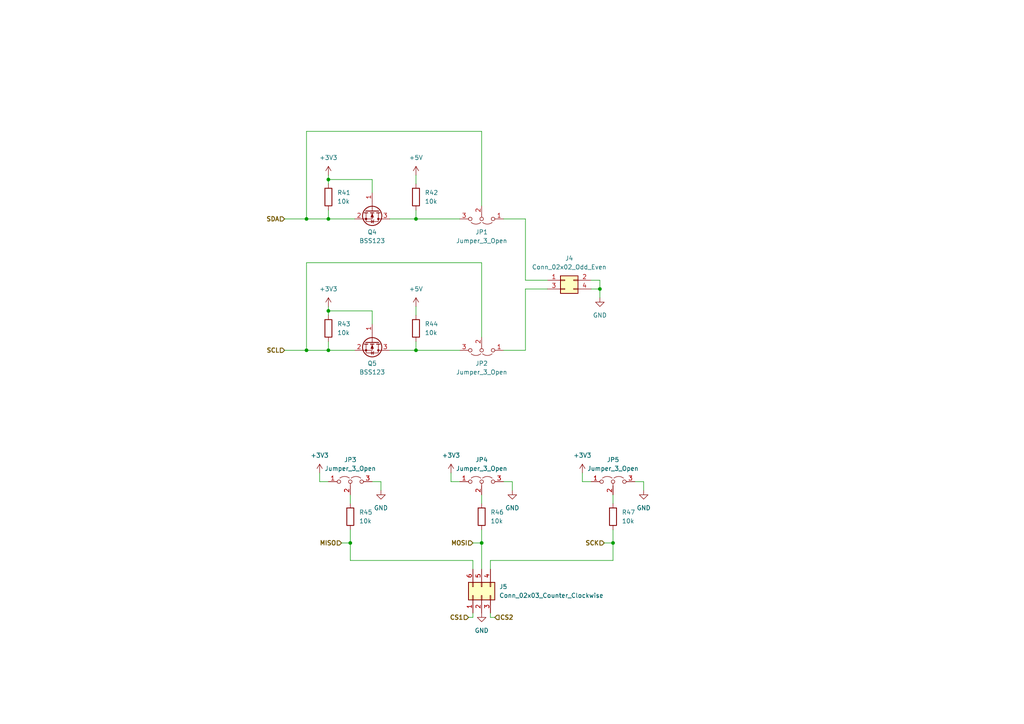
<source format=kicad_sch>
(kicad_sch (version 20230121) (generator eeschema)
  (paper "A4")
  (lib_symbols
    (symbol "Connector_Generic:Conn_02x02_Odd_Even" (pin_names (offset 1.016) hide)
      (property "Reference" "J" (at 1.27 2.54 0))
      (property "Value" "Conn_02x02_Odd_Even" (at 1.27 -5.08 0))
      (symbol "Conn_02x02_Odd_Even_1_1"
        (rectangle (start -1.27 -2.413) (end 0 -2.667) (stroke (width 0.1524)))
        (rectangle (start -1.27 0.127) (end 0 -0.127) (stroke (width 0.1524)))
        (rectangle (start -1.27 1.27) (end 3.81 -3.81) (stroke (width 0.254)) (fill (type background)))
        (rectangle (start 3.81 -2.413) (end 2.54 -2.667) (stroke (width 0.1524)))
        (rectangle (start 3.81 0.127) (end 2.54 -0.127) (stroke (width 0.1524)))
        (pin passive line (at -5.08 0 0) (length 3.81) (name "Pin_1") (number "1"))
        (pin passive line (at 7.62 0 180) (length 3.81) (name "Pin_2") (number "2"))
        (pin passive line (at -5.08 -2.54 0) (length 3.81) (name "Pin_3") (number "3"))
        (pin passive line (at 7.62 -2.54 180) (length 3.81) (name "Pin_4") (number "4"))
      )
    )
    (symbol "Connector_Generic:Conn_02x03_Counter_Clockwise" (pin_names (offset 1.016) hide)
      (property "Reference" "J" (at 1.27 5.08 0))
      (property "Value" "Conn_02x03_Counter_Clockwise" (at 1.27 -5.08 0))
      (symbol "Conn_02x03_Counter_Clockwise_1_1"
        (rectangle (start -1.27 -2.413) (end 0 -2.667) (stroke (width 0.1524)))
        (rectangle (start -1.27 0.127) (end 0 -0.127) (stroke (width 0.1524)))
        (rectangle (start -1.27 2.667) (end 0 2.413) (stroke (width 0.1524)))
        (rectangle (start -1.27 3.81) (end 3.81 -3.81) (stroke (width 0.254)) (fill (type background)))
        (rectangle (start 3.81 -2.413) (end 2.54 -2.667) (stroke (width 0.1524)))
        (rectangle (start 3.81 0.127) (end 2.54 -0.127) (stroke (width 0.1524)))
        (rectangle (start 3.81 2.667) (end 2.54 2.413) (stroke (width 0.1524)))
        (pin passive line (at -5.08 2.54 0) (length 3.81) (name "Pin_1") (number "1"))
        (pin passive line (at -5.08 0 0) (length 3.81) (name "Pin_2") (number "2"))
        (pin passive line (at -5.08 -2.54 0) (length 3.81) (name "Pin_3") (number "3"))
        (pin passive line (at 7.62 -2.54 180) (length 3.81) (name "Pin_4") (number "4"))
        (pin passive line (at 7.62 0 180) (length 3.81) (name "Pin_5") (number "5"))
        (pin passive line (at 7.62 2.54 180) (length 3.81) (name "Pin_6") (number "6"))
      )
    )
    (symbol "Device:R" (pin_numbers hide) (pin_names (offset 0))
      (property "Reference" "R" (at 2.032 0 90))
      (property "Value" "R" (at 0 0 90))
      (symbol "R_0_1"
        (rectangle (start -1.016 -2.54) (end 1.016 2.54) (stroke (width 0.254)))
      )
      (symbol "R_1_1"
        (pin passive line (at 0 3.81 270) (length 1.27) (name "~") (number "1"))
        (pin passive line (at 0 -3.81 90) (length 1.27) (name "~") (number "2"))
      )
    )
    (symbol "Jumper:Jumper_3_Open" (pin_names (offset 0) hide)
      (property "Reference" "JP" (at -2.54 -2.54 0))
      (property "Value" "Jumper_3_Open" (at 0 2.794 0))
      (symbol "Jumper_3_Open_0_0"
        (circle (center -3.302 0) (radius 0.508))
        (circle (center 0 0) (radius 0.508))
        (circle (center 3.302 0) (radius 0.508))
      )
      (symbol "Jumper_3_Open_0_1"
        (arc (start -0.254 1.016) (mid -1.651 1.4992) (end -3.048 1.016))
        (polyline (pts (xy 0 -0.508) (xy 0 -1.27)))
        (arc (start 3.048 1.016) (mid 1.651 1.4992) (end 0.254 1.016))
      )
      (symbol "Jumper_3_Open_1_1"
        (pin passive line (at -6.35 0 0) (length 2.54) (name "A") (number "1"))
        (pin passive line (at 0 -3.81 90) (length 2.54) (name "C") (number "2"))
        (pin passive line (at 6.35 0 180) (length 2.54) (name "B") (number "3"))
      )
    )
    (symbol "Transistor_FET:BSS123" (pin_names hide)
      (property "Reference" "Q" (at 5.08 1.905 0))
      (property "Value" "BSS123" (at 5.08 0 0))
      (symbol "BSS123_0_1"
        (polyline (pts (xy 0.254 0) (xy -2.54 0)))
        (polyline (pts (xy 0.254 1.905) (xy 0.254 -1.905)) (stroke (width 0.254)))
        (polyline (pts (xy 0.762 -1.27) (xy 0.762 -2.286)) (stroke (width 0.254)))
        (polyline (pts (xy 0.762 0.508) (xy 0.762 -0.508)) (stroke (width 0.254)))
        (polyline (pts (xy 0.762 2.286) (xy 0.762 1.27)) (stroke (width 0.254)))
        (polyline (pts (xy 2.54 2.54) (xy 2.54 1.778)))
        (polyline (pts (xy 2.54 -2.54) (xy 2.54 0) (xy 0.762 0)))
        (polyline (pts (xy 0.762 -1.778) (xy 3.302 -1.778) (xy 3.302 1.778) (xy 0.762 1.778)))
        (polyline (pts (xy 1.016 0) (xy 2.032 0.381) (xy 2.032 -0.381) (xy 1.016 0)) (fill (type outline)))
        (polyline (pts (xy 2.794 0.508) (xy 2.921 0.381) (xy 3.683 0.381) (xy 3.81 0.254)))
        (polyline (pts (xy 3.302 0.381) (xy 2.921 -0.254) (xy 3.683 -0.254) (xy 3.302 0.381)))
        (circle (center 1.651 0) (radius 2.794) (stroke (width 0.254)))
        (circle (center 2.54 -1.778) (radius 0.254) (fill (type outline)))
        (circle (center 2.54 1.778) (radius 0.254) (fill (type outline)))
      )
      (symbol "BSS123_1_1"
        (pin input line (at -5.08 0 0) (length 2.54) (name "G") (number "1"))
        (pin passive line (at 2.54 -5.08 90) (length 2.54) (name "S") (number "2"))
        (pin passive line (at 2.54 5.08 270) (length 2.54) (name "D") (number "3"))
      )
    )
    (symbol "power:+3V3" (power) (pin_names (offset 0))
      (property "Value" "+3V3" (at 0 3.556 0))
      (symbol "+3V3_0_1"
        (polyline (pts (xy -0.762 1.27) (xy 0 2.54)))
        (polyline (pts (xy 0 0) (xy 0 2.54)))
        (polyline (pts (xy 0 2.54) (xy 0.762 1.27)))
      )
      (symbol "+3V3_1_1"
        (pin power_in line (at 0 0 90) (length 0) hide (name "+3V3") (number "1"))
      )
    )
    (symbol "power:+5V" (power) (pin_names (offset 0))
      (property "Value" "+5V" (at 0 3.556 0))
      (symbol "+5V_0_1"
        (polyline (pts (xy -0.762 1.27) (xy 0 2.54)))
        (polyline (pts (xy 0 0) (xy 0 2.54)))
        (polyline (pts (xy 0 2.54) (xy 0.762 1.27)))
      )
      (symbol "+5V_1_1"
        (pin power_in line (at 0 0 90) (length 0) hide (name "+5V") (number "1"))
      )
    )
    (symbol "power:GND" (power) (pin_names (offset 0))
      (property "Value" "GND" (at 0 -3.81 0))
      (symbol "GND_0_1"
        (polyline (pts (xy 0 0) (xy 0 -1.27) (xy 1.27 -1.27) (xy 0 -2.54) (xy -1.27 -1.27) (xy 0 -1.27)))
      )
      (symbol "GND_1_1"
        (pin power_in line (at 0 0 270) (length 0) hide (name "GND") (number "1"))
      )
    )
  )
  (junction (at 139.7 157.48))
  (junction (at 173.99 83.82))
  (junction (at 120.65 101.6))
  (junction (at 95.25 101.6))
  (junction (at 120.65 63.5))
  (junction (at 177.8 157.48))
  (junction (at 88.9 63.5))
  (junction (at 95.25 52.07))
  (junction (at 101.6 157.48))
  (junction (at 88.9 101.6))
  (junction (at 95.25 63.5))
  (junction (at 95.25 90.17))
  (wire (pts (xy 113.03 63.5) (xy 120.65 63.5)))
  (wire (pts (xy 82.55 101.6) (xy 88.9 101.6)))
  (wire (pts (xy 88.9 101.6) (xy 95.25 101.6)))
  (wire (pts (xy 139.7 157.48) (xy 139.7 165.1)))
  (wire (pts (xy 171.45 139.7) (xy 168.91 139.7)))
  (wire (pts (xy 177.8 162.56) (xy 142.24 162.56)))
  (wire (pts (xy 130.81 139.7) (xy 130.81 137.16)))
  (wire (pts (xy 137.16 157.48) (xy 139.7 157.48)))
  (wire (pts (xy 95.25 90.17) (xy 95.25 91.44)))
  (wire (pts (xy 133.35 139.7) (xy 130.81 139.7)))
  (wire (pts (xy 137.16 177.8) (xy 137.16 179.07)))
  (wire (pts (xy 95.25 99.06) (xy 95.25 101.6)))
  (wire (pts (xy 168.91 139.7) (xy 168.91 137.16)))
  (wire (pts (xy 113.03 101.6) (xy 120.65 101.6)))
  (wire (pts (xy 175.26 157.48) (xy 177.8 157.48)))
  (wire (pts (xy 101.6 157.48) (xy 101.6 162.56)))
  (wire (pts (xy 177.8 153.67) (xy 177.8 157.48)))
  (wire (pts (xy 107.95 55.88) (xy 107.95 52.07)))
  (wire (pts (xy 139.7 59.69) (xy 139.7 38.1)))
  (wire (pts (xy 95.25 52.07) (xy 95.25 53.34)))
  (wire (pts (xy 101.6 153.67) (xy 101.6 157.48)))
  (wire (pts (xy 173.99 81.28) (xy 173.99 83.82)))
  (wire (pts (xy 173.99 83.82) (xy 173.99 86.36)))
  (wire (pts (xy 95.25 88.9) (xy 95.25 90.17)))
  (wire (pts (xy 88.9 38.1) (xy 88.9 63.5)))
  (wire (pts (xy 95.25 60.96) (xy 95.25 63.5)))
  (wire (pts (xy 107.95 93.98) (xy 107.95 90.17)))
  (wire (pts (xy 146.05 101.6) (xy 152.4 101.6)))
  (wire (pts (xy 139.7 143.51) (xy 139.7 146.05)))
  (wire (pts (xy 139.7 97.79) (xy 139.7 76.2)))
  (wire (pts (xy 88.9 76.2) (xy 88.9 101.6)))
  (wire (pts (xy 120.65 99.06) (xy 120.65 101.6)))
  (wire (pts (xy 142.24 179.07) (xy 143.51 179.07)))
  (wire (pts (xy 152.4 63.5) (xy 152.4 81.28)))
  (wire (pts (xy 139.7 153.67) (xy 139.7 157.48)))
  (wire (pts (xy 177.8 157.48) (xy 177.8 162.56)))
  (wire (pts (xy 152.4 101.6) (xy 152.4 83.82)))
  (wire (pts (xy 99.06 157.48) (xy 101.6 157.48)))
  (wire (pts (xy 146.05 63.5) (xy 152.4 63.5)))
  (wire (pts (xy 171.45 83.82) (xy 173.99 83.82)))
  (wire (pts (xy 88.9 63.5) (xy 95.25 63.5)))
  (wire (pts (xy 101.6 143.51) (xy 101.6 146.05)))
  (wire (pts (xy 139.7 38.1) (xy 88.9 38.1)))
  (wire (pts (xy 120.65 101.6) (xy 133.35 101.6)))
  (wire (pts (xy 177.8 143.51) (xy 177.8 146.05)))
  (wire (pts (xy 95.25 139.7) (xy 92.71 139.7)))
  (wire (pts (xy 92.71 139.7) (xy 92.71 137.16)))
  (wire (pts (xy 107.95 139.7) (xy 110.49 139.7)))
  (wire (pts (xy 82.55 63.5) (xy 88.9 63.5)))
  (wire (pts (xy 148.59 139.7) (xy 148.59 142.24)))
  (wire (pts (xy 120.65 50.8) (xy 120.65 53.34)))
  (wire (pts (xy 137.16 162.56) (xy 137.16 165.1)))
  (wire (pts (xy 101.6 162.56) (xy 137.16 162.56)))
  (wire (pts (xy 120.65 88.9) (xy 120.65 91.44)))
  (wire (pts (xy 142.24 177.8) (xy 142.24 179.07)))
  (wire (pts (xy 152.4 81.28) (xy 158.75 81.28)))
  (wire (pts (xy 137.16 179.07) (xy 135.89 179.07)))
  (wire (pts (xy 184.15 139.7) (xy 186.69 139.7)))
  (wire (pts (xy 120.65 60.96) (xy 120.65 63.5)))
  (wire (pts (xy 107.95 52.07) (xy 95.25 52.07)))
  (wire (pts (xy 171.45 81.28) (xy 173.99 81.28)))
  (wire (pts (xy 95.25 101.6) (xy 102.87 101.6)))
  (wire (pts (xy 95.25 50.8) (xy 95.25 52.07)))
  (wire (pts (xy 139.7 76.2) (xy 88.9 76.2)))
  (wire (pts (xy 120.65 63.5) (xy 133.35 63.5)))
  (wire (pts (xy 110.49 139.7) (xy 110.49 142.24)))
  (wire (pts (xy 152.4 83.82) (xy 158.75 83.82)))
  (wire (pts (xy 107.95 90.17) (xy 95.25 90.17)))
  (wire (pts (xy 186.69 139.7) (xy 186.69 142.24)))
  (wire (pts (xy 95.25 63.5) (xy 102.87 63.5)))
  (wire (pts (xy 146.05 139.7) (xy 148.59 139.7)))
  (wire (pts (xy 142.24 162.56) (xy 142.24 165.1)))
  (hierarchical_label "MISO" (shape input) (at 99.06 157.48 180) (effects (font bold)))
  (hierarchical_label "MOSI" (shape input) (at 137.16 157.48 180) (effects (font bold)))
  (hierarchical_label "CS2" (shape input) (at 143.51 179.07 0) (effects (font bold)))
  (hierarchical_label "CS1" (shape input) (at 135.89 179.07 180) (effects (font bold)))
  (hierarchical_label "SCK" (shape input) (at 175.26 157.48 180) (effects (font bold)))
  (hierarchical_label "SDA" (shape input) (at 82.55 63.5 180) (effects (font bold)))
  (hierarchical_label "SCL" (shape input) (at 82.55 101.6 180) (effects (font bold)))
  (symbol (lib_id "Jumper:Jumper_3_Open") (at 139.7 63.5 180) (unit 1)
    (property "Reference" "JP1" (at 139.7 67.31 0))
    (property "Value" "Jumper_3_Open" (at 139.7 69.85 0))
  )
  (symbol (lib_id "Device:R") (at 120.65 57.15 0) (unit 1)
    (property "Reference" "R42" (at 123.19 55.88 0) (effects (justify left)))
    (property "Value" "10k" (at 123.19 58.42 0) (effects (justify left)))
  )
  (symbol (lib_id "Device:R") (at 95.25 57.15 0) (unit 1)
    (property "Reference" "R41" (at 97.79 55.88 0) (effects (justify left)))
    (property "Value" "10k" (at 97.79 58.42 0) (effects (justify left)))
  )
  (symbol (lib_id "Connector_Generic:Conn_02x03_Counter_Clockwise") (at 139.7 172.72 90) (unit 1)
    (property "Reference" "J5" (at 144.78 170.18 90) (effects (justify right)))
    (property "Value" "Conn_02x03_Counter_Clockwise" (at 144.78 172.72 90) (effects (justify right)))
  )
  (symbol (lib_id "Device:R") (at 95.25 95.25 0) (unit 1)
    (property "Reference" "R43" (at 97.79 93.98 0) (effects (justify left)))
    (property "Value" "10k" (at 97.79 96.52 0) (effects (justify left)))
  )
  (symbol (lib_id "Transistor_FET:BSS123") (at 107.95 60.96 270) (unit 1)
    (property "Reference" "Q4" (at 107.95 67.31 90))
    (property "Value" "BSS123" (at 107.95 69.85 90))
    (property "Footprint" "Package_TO_SOT_SMD:SOT-23" (effects hide))
    (property "Datasheet" "http://www.diodes.com/assets/Datasheets/ds30366.pdf" (effects hide))
  )
  (symbol (lib_id "Device:R") (at 177.8 149.86 0) (unit 1)
    (property "Reference" "R47" (at 180.34 148.59 0) (effects (justify left)))
    (property "Value" "10k" (at 180.34 151.13 0) (effects (justify left)))
  )
  (symbol (lib_id "Jumper:Jumper_3_Open") (at 101.6 139.7 0) (unit 1)
    (property "Reference" "JP3" (at 101.6 133.35 0))
    (property "Value" "Jumper_3_Open" (at 101.6 135.89 0))
  )
  (symbol (lib_id "power:+5V") (at 120.65 50.8 0) (unit 1)
    (property "Reference" "#PWR066" (effects hide))
    (property "Value" "+5V" (at 120.65 45.72 0))
  )
  (symbol (lib_id "power:GND") (at 173.99 86.36 0) (unit 1)
    (property "Reference" "#PWR069" (effects hide))
    (property "Value" "GND" (at 173.99 91.44 0))
  )
  (symbol (lib_id "Jumper:Jumper_3_Open") (at 177.8 139.7 0) (unit 1)
    (property "Reference" "JP5" (at 177.8 133.35 0))
    (property "Value" "Jumper_3_Open" (at 177.8 135.89 0))
  )
  (symbol (lib_id "Device:R") (at 120.65 95.25 0) (unit 1)
    (property "Reference" "R44" (at 123.19 93.98 0) (effects (justify left)))
    (property "Value" "10k" (at 123.19 96.52 0) (effects (justify left)))
  )
  (symbol (lib_id "Jumper:Jumper_3_Open") (at 139.7 139.7 0) (unit 1)
    (property "Reference" "JP4" (at 139.7 133.35 0))
    (property "Value" "Jumper_3_Open" (at 139.7 135.89 0))
  )
  (symbol (lib_id "power:+3V3") (at 92.71 137.16 0) (unit 1)
    (property "Reference" "#PWR070" (effects hide))
    (property "Value" "+3V3" (at 92.71 132.08 0))
  )
  (symbol (lib_id "Transistor_FET:BSS123") (at 107.95 99.06 270) (unit 1)
    (property "Reference" "Q5" (at 107.95 105.41 90))
    (property "Value" "BSS123" (at 107.95 107.95 90))
    (property "Footprint" "Package_TO_SOT_SMD:SOT-23" (effects hide))
    (property "Datasheet" "http://www.diodes.com/assets/Datasheets/ds30366.pdf" (effects hide))
  )
  (symbol (lib_id "power:+3V3") (at 130.81 137.16 0) (unit 1)
    (property "Reference" "#PWR072" (effects hide))
    (property "Value" "+3V3" (at 130.81 132.08 0))
  )
  (symbol (lib_id "Device:R") (at 139.7 149.86 0) (unit 1)
    (property "Reference" "R46" (at 142.24 148.59 0) (effects (justify left)))
    (property "Value" "10k" (at 142.24 151.13 0) (effects (justify left)))
  )
  (symbol (lib_id "power:+5V") (at 120.65 88.9 0) (unit 1)
    (property "Reference" "#PWR068" (effects hide))
    (property "Value" "+5V" (at 120.65 83.82 0))
  )
  (symbol (lib_id "power:GND") (at 148.59 142.24 0) (unit 1)
    (property "Reference" "#PWR073" (effects hide))
    (property "Value" "GND" (at 148.59 147.32 0))
  )
  (symbol (lib_id "Jumper:Jumper_3_Open") (at 139.7 101.6 180) (unit 1)
    (property "Reference" "JP2" (at 139.7 105.41 0))
    (property "Value" "Jumper_3_Open" (at 139.7 107.95 0))
  )
  (symbol (lib_id "power:+3V3") (at 95.25 50.8 0) (unit 1)
    (property "Reference" "#PWR065" (effects hide))
    (property "Value" "+3V3" (at 95.25 45.72 0))
  )
  (symbol (lib_id "power:GND") (at 186.69 142.24 0) (unit 1)
    (property "Reference" "#PWR075" (effects hide))
    (property "Value" "GND" (at 186.69 147.32 0))
  )
  (symbol (lib_id "power:+3V3") (at 168.91 137.16 0) (unit 1)
    (property "Reference" "#PWR074" (effects hide))
    (property "Value" "+3V3" (at 168.91 132.08 0))
  )
  (symbol (lib_id "Connector_Generic:Conn_02x02_Odd_Even") (at 163.83 81.28 0) (unit 1)
    (property "Reference" "J4" (at 165.1 74.93 0))
    (property "Value" "Conn_02x02_Odd_Even" (at 165.1 77.47 0))
  )
  (symbol (lib_id "Device:R") (at 101.6 149.86 0) (unit 1)
    (property "Reference" "R45" (at 104.14 148.59 0) (effects (justify left)))
    (property "Value" "10k" (at 104.14 151.13 0) (effects (justify left)))
  )
  (symbol (lib_id "power:GND") (at 139.7 177.8 0) (unit 1)
    (property "Reference" "#PWR076" (effects hide))
    (property "Value" "GND" (at 139.7 182.88 0))
  )
  (symbol (lib_id "power:GND") (at 110.49 142.24 0) (unit 1)
    (property "Reference" "#PWR071" (effects hide))
    (property "Value" "GND" (at 110.49 147.32 0))
  )
  (symbol (lib_id "power:+3V3") (at 95.25 88.9 0) (unit 1)
    (property "Reference" "#PWR067" (effects hide))
    (property "Value" "+3V3" (at 95.25 83.82 0))
  )
)
</source>
